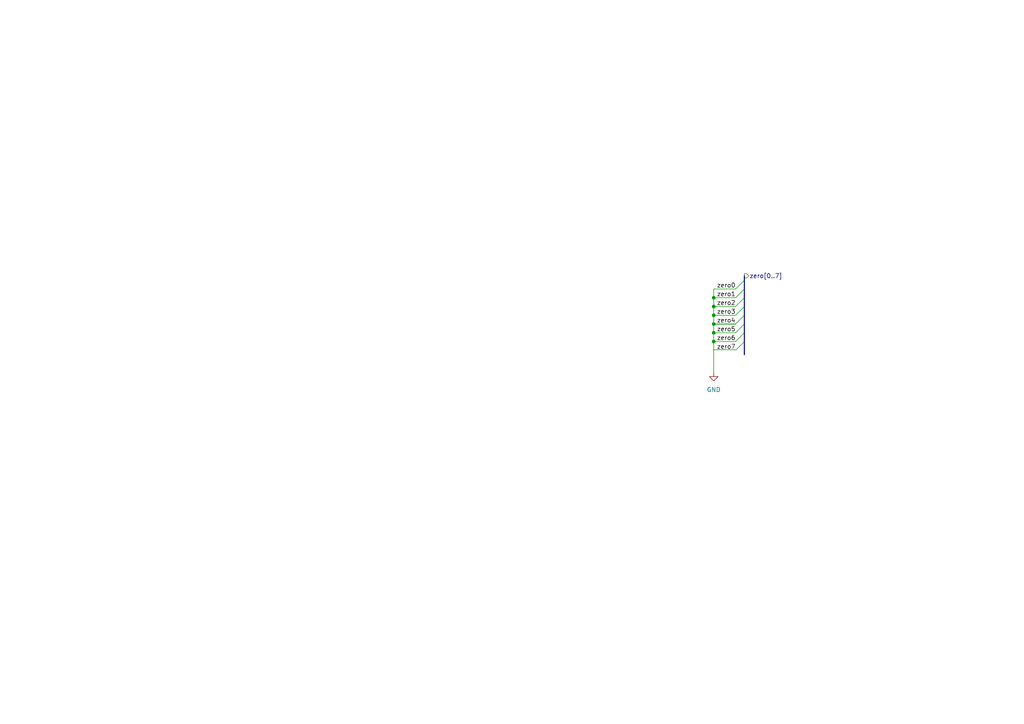
<source format=kicad_sch>
(kicad_sch (version 20250114) (generator "eeschema") (generator_version "9.0")
  (paper "A4")
  (lib_symbols
    (symbol "power:GND" (power) (pin_numbers (hide yes)) (pin_names (offset 0) (hide yes))
      (property "Value" "GND" (at 0 -3.81 0))
      (symbol "GND_0_1"
        (polyline (pts (xy 0 0) (xy 0 -1.27) (xy 1.27 -1.27) (xy 0 -2.54) (xy -1.27 -1.27) (xy 0 -1.27)))
      )
      (symbol "GND_1_1"
        (pin power_in line (at 0 0 270) (length 0) (name "~") (number "1"))
      )
    )
  )
  (junction (at 207.01 96.52))
  (junction (at 207.01 86.36))
  (junction (at 207.01 91.44))
  (junction (at 207.01 93.98))
  (junction (at 207.01 88.9))
  (junction (at 207.01 99.06))
  (bus_entry (at 213.36 96.52) (size 2.54 -2.54))
  (bus_entry (at 213.36 91.44) (size 2.54 -2.54))
  (bus_entry (at 213.36 83.82) (size 2.54 -2.54))
  (bus_entry (at 213.36 101.6) (size 2.54 -2.54))
  (bus_entry (at 213.36 88.9) (size 2.54 -2.54))
  (bus_entry (at 213.36 99.06) (size 2.54 -2.54))
  (bus_entry (at 213.36 86.36) (size 2.54 -2.54))
  (bus_entry (at 213.36 93.98) (size 2.54 -2.54))
  (wire (pts (xy 207.01 88.9) (xy 213.36 88.9)))
  (bus (pts (xy 215.9 88.9) (xy 215.9 91.44)))
  (wire (pts (xy 207.01 93.98) (xy 207.01 96.52)))
  (wire (pts (xy 207.01 91.44) (xy 207.01 93.98)))
  (wire (pts (xy 207.01 96.52) (xy 207.01 99.06)))
  (wire (pts (xy 207.01 83.82) (xy 207.01 86.36)))
  (bus (pts (xy 215.9 96.52) (xy 215.9 99.06)))
  (bus (pts (xy 215.9 91.44) (xy 215.9 93.98)))
  (wire (pts (xy 207.01 86.36) (xy 207.01 88.9)))
  (wire (pts (xy 207.01 96.52) (xy 213.36 96.52)))
  (bus (pts (xy 215.9 83.82) (xy 215.9 86.36)))
  (bus (pts (xy 215.9 93.98) (xy 215.9 96.52)))
  (bus (pts (xy 215.9 86.36) (xy 215.9 88.9)))
  (wire (pts (xy 207.01 99.06) (xy 213.36 99.06)))
  (bus (pts (xy 215.9 80.01) (xy 215.9 81.28)))
  (wire (pts (xy 207.01 93.98) (xy 213.36 93.98)))
  (wire (pts (xy 207.01 88.9) (xy 207.01 91.44)))
  (wire (pts (xy 207.01 86.36) (xy 213.36 86.36)))
  (wire (pts (xy 206.9968 94.0099) (xy 213.3468 94.0099)))
  (bus (pts (xy 215.9 99.06) (xy 215.9 102.87)))
  (wire (pts (xy 206.8836 101.4448) (xy 213.2336 101.4448)))
  (wire (pts (xy 207.01 91.44) (xy 213.36 91.44)))
  (bus (pts (xy 215.9 81.28) (xy 215.9 83.82)))
  (wire (pts (xy 207.01 99.06) (xy 207.01 107.95)))
  (wire (pts (xy 207.01 83.82) (xy 213.36 83.82)))
  (label "zero3" (at 213.36 91.44 180))
  (label "zero2" (at 213.36 88.9 180))
  (label "zero7" (at 213.36 101.6 180))
  (label "zero5" (at 213.36 96.52 180))
  (label "zero0" (at 213.36 83.82 180))
  (label "zero6" (at 213.36 99.06 180))
  (label "zero1" (at 213.36 86.36 180))
  (label "zero4" (at 213.36 93.98 180))
  (hierarchical_label "zero[0..7]" (shape output) (at 215.9 80.01 0))
  (symbol (lib_id "power:GND") (at 207.01 107.95 0) (unit 1)
    (property "Reference" "#PWR0106" (effects (hide yes)))
    (property "Value" "GND" (at 207.01 113.03 0))
    (property "Description" "Power symbol creates a global label with name \"GND\" , ground" (effects (hide yes)))
  )
)
</source>
